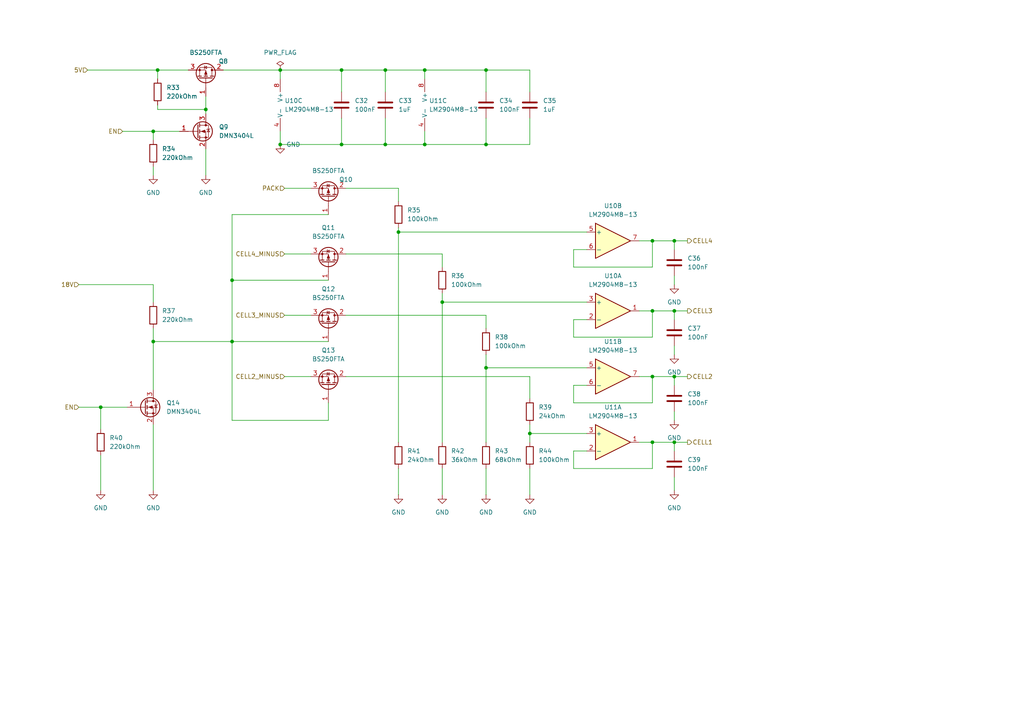
<source format=kicad_sch>
(kicad_sch (version 20231120) (generator "eeschema") (generator_version "8.0")
  (paper "A4")
  (lib_symbols
    (symbol "benediktibk:BS250FTA" (pin_names (offset 0) hide)
      (property "Reference" "Q" (at 5.08 1.27 0))
      (property "Value" "BS250FTA" (at 5.08 -1.27 0))
      (symbol "BS250FTA_0_1"
        (polyline (pts (xy 0.254 0) (xy -2.54 0)))
        (polyline (pts (xy 0.254 1.905) (xy 0.254 -1.905)) (stroke (width 0.254)))
        (polyline (pts (xy 0.762 -1.27) (xy 0.762 -2.286)) (stroke (width 0.254)))
        (polyline (pts (xy 0.762 0.508) (xy 0.762 -0.508)) (stroke (width 0.254)))
        (polyline (pts (xy 0.762 2.286) (xy 0.762 1.27)) (stroke (width 0.254)))
        (polyline (pts (xy 2.54 2.54) (xy 2.54 1.778)))
        (polyline (pts (xy 2.54 -2.54) (xy 2.54 0) (xy 0.762 0)))
        (polyline (pts (xy 0.762 1.778) (xy 3.302 1.778) (xy 3.302 -1.778) (xy 0.762 -1.778)))
        (polyline (pts (xy 2.286 0) (xy 1.27 0.381) (xy 1.27 -0.381) (xy 2.286 0)) (fill (type outline)))
        (polyline (pts (xy 2.794 -0.508) (xy 2.921 -0.381) (xy 3.683 -0.381) (xy 3.81 -0.254)))
        (polyline (pts (xy 3.302 -0.381) (xy 2.921 0.254) (xy 3.683 0.254) (xy 3.302 -0.381)))
        (circle (center 1.651 0) (radius 2.794) (stroke (width 0.254)))
        (circle (center 2.54 -1.778) (radius 0.254) (fill (type outline)))
        (circle (center 2.54 1.778) (radius 0.254) (fill (type outline)))
      )
      (symbol "BS250FTA_1_1"
        (pin input line (at -5.08 0 0) (length 2.54) (name "G") (number "1"))
        (pin passive line (at 2.54 5.08 270) (length 2.54) (name "D") (number "2"))
        (pin passive line (at 2.54 -5.08 90) (length 2.54) (name "S") (number "3"))
      )
    )
    (symbol "benediktibk:C_100nF_SMD_0603_50V" (pin_numbers hide) (pin_names (offset 0.254))
      (property "Reference" "C" (at 0.635 2.54 0))
      (property "Value" "C_100nF_SMD_0603_50V" (at 0.635 -2.54 0))
      (symbol "C_100nF_SMD_0603_50V_0_1"
        (polyline (pts (xy -2.032 -0.762) (xy 2.032 -0.762)) (stroke (width 0.508)))
        (polyline (pts (xy -2.032 0.762) (xy 2.032 0.762)) (stroke (width 0.508)))
      )
      (symbol "C_100nF_SMD_0603_50V_1_1"
        (pin passive line (at 0 3.81 270) (length 2.794) (name "~") (number "1"))
        (pin passive line (at 0 -3.81 90) (length 2.794) (name "~") (number "2"))
      )
    )
    (symbol "benediktibk:C_1uF_SMD_0603_50V_10%" (pin_numbers hide) (pin_names (offset 0.254))
      (property "Reference" "C" (at 0.635 2.54 0))
      (property "Value" "C_1uF_SMD_0603_50V_10%" (at 0.635 -2.54 0))
      (symbol "C_1uF_SMD_0603_50V_10%_0_1"
        (polyline (pts (xy -2.032 -0.762) (xy 2.032 -0.762)) (stroke (width 0.508)))
        (polyline (pts (xy -2.032 0.762) (xy 2.032 0.762)) (stroke (width 0.508)))
      )
      (symbol "C_1uF_SMD_0603_50V_10%_1_1"
        (pin passive line (at 0 3.81 270) (length 2.794) (name "~") (number "1"))
        (pin passive line (at 0 -3.81 90) (length 2.794) (name "~") (number "2"))
      )
    )
    (symbol "benediktibk:DMN3404L" (pin_names (offset 0) hide)
      (property "Reference" "Q" (at 5.08 1.27 0))
      (property "Value" "DMN3404L" (at 5.08 -1.27 0))
      (symbol "DMN3404L_0_1"
        (polyline (pts (xy 0.254 0) (xy -2.54 0)))
        (polyline (pts (xy 0.254 1.905) (xy 0.254 -1.905)) (stroke (width 0.254)))
        (polyline (pts (xy 0.762 -1.27) (xy 0.762 -2.286)) (stroke (width 0.254)))
        (polyline (pts (xy 0.762 0.508) (xy 0.762 -0.508)) (stroke (width 0.254)))
        (polyline (pts (xy 0.762 2.286) (xy 0.762 1.27)) (stroke (width 0.254)))
        (polyline (pts (xy 2.54 2.54) (xy 2.54 1.778)))
        (polyline (pts (xy 2.54 -2.54) (xy 2.54 0) (xy 0.762 0)))
        (polyline (pts (xy 0.762 1.778) (xy 3.302 1.778) (xy 3.302 -1.778) (xy 0.762 -1.778)))
        (polyline (pts (xy 1.27 0) (xy 2.286 0.381) (xy 2.286 -0.381) (xy 1.27 0)) (fill (type outline)))
        (polyline (pts (xy 2.794 0.508) (xy 2.921 0.635) (xy 3.683 0.635) (xy 3.81 0.762)))
        (polyline (pts (xy 3.302 0.508) (xy 2.921 -0.127) (xy 3.683 -0.127) (xy 3.302 0.508)))
        (circle (center 1.651 0) (radius 2.794) (stroke (width 0.254)))
        (circle (center 2.54 -1.778) (radius 0.254) (fill (type outline)))
        (circle (center 2.54 1.778) (radius 0.254) (fill (type outline)))
      )
      (symbol "DMN3404L_1_1"
        (pin input line (at -5.08 0 0) (length 2.54) (name "G") (number "1"))
        (pin passive line (at 2.54 -5.08 90) (length 2.54) (name "S") (number "2"))
        (pin passive line (at 2.54 5.08 270) (length 2.54) (name "D") (number "3"))
      )
    )
    (symbol "benediktibk:LM2904M8-13" (pin_names (offset 0.127))
      (property "Reference" "U" (at 0 5.08 0))
      (property "Value" "LM2904M8-13" (at 0 -5.08 0))
      (symbol "LM2904M8-13_1_1"
        (polyline (pts (xy -5.08 5.08) (xy 5.08 0) (xy -5.08 -5.08) (xy -5.08 5.08)) (stroke (width 0.254)) (fill (type background)))
        (pin output line (at 7.62 0 180) (length 2.54) (name "~") (number "1"))
        (pin input line (at -7.62 -2.54 0) (length 2.54) (name "-") (number "2"))
        (pin input line (at -7.62 2.54 0) (length 2.54) (name "+") (number "3"))
      )
      (symbol "LM2904M8-13_2_1"
        (polyline (pts (xy -5.08 5.08) (xy 5.08 0) (xy -5.08 -5.08) (xy -5.08 5.08)) (stroke (width 0.254)) (fill (type background)))
        (pin input line (at -7.62 2.54 0) (length 2.54) (name "+") (number "5"))
        (pin input line (at -7.62 -2.54 0) (length 2.54) (name "-") (number "6"))
        (pin output line (at 7.62 0 180) (length 2.54) (name "~") (number "7"))
      )
      (symbol "LM2904M8-13_3_1"
        (pin power_in line (at -2.54 -7.62 90) (length 3.81) (name "V-") (number "4"))
        (pin power_in line (at -2.54 7.62 270) (length 3.81) (name "V+") (number "8"))
      )
    )
    (symbol "benediktibk:R_100kOhm_SMD_0603_100mW_1%" (pin_numbers hide) (pin_names (offset 0))
      (property "Reference" "R" (at 2.032 0 90))
      (property "Value" "R_100kOhm_SMD_0603_100mW_1%" (at -5.588 -1.016 90))
      (symbol "R_100kOhm_SMD_0603_100mW_1%_0_1"
        (rectangle (start -1.016 -2.54) (end 1.016 2.54) (stroke (width 0.254)))
      )
      (symbol "R_100kOhm_SMD_0603_100mW_1%_1_1"
        (pin passive line (at 0 3.81 270) (length 1.27) (name "~") (number "1"))
        (pin passive line (at 0 -3.81 90) (length 1.27) (name "~") (number "2"))
      )
    )
    (symbol "benediktibk:R_220kOhm_SMD_0603_100mW_1%" (pin_numbers hide) (pin_names (offset 0))
      (property "Reference" "R" (at 2.032 0 90))
      (property "Value" "R_220kOhm_SMD_0603_100mW_1%" (at -5.588 -1.016 90))
      (symbol "R_220kOhm_SMD_0603_100mW_1%_0_1"
        (rectangle (start -1.016 -2.54) (end 1.016 2.54) (stroke (width 0.254)))
      )
      (symbol "R_220kOhm_SMD_0603_100mW_1%_1_1"
        (pin passive line (at 0 3.81 270) (length 1.27) (name "~") (number "1"))
        (pin passive line (at 0 -3.81 90) (length 1.27) (name "~") (number "2"))
      )
    )
    (symbol "benediktibk:R_24kOhm_SMD_0603_100mW_1%" (pin_numbers hide) (pin_names (offset 0))
      (property "Reference" "R" (at 2.032 0 90))
      (property "Value" "R_24kOhm_SMD_0603_100mW_1%" (at -5.588 -1.016 90))
      (symbol "R_24kOhm_SMD_0603_100mW_1%_0_1"
        (rectangle (start -1.016 -2.54) (end 1.016 2.54) (stroke (width 0.254)))
      )
      (symbol "R_24kOhm_SMD_0603_100mW_1%_1_1"
        (pin passive line (at 0 3.81 270) (length 1.27) (name "~") (number "1"))
        (pin passive line (at 0 -3.81 90) (length 1.27) (name "~") (number "2"))
      )
    )
    (symbol "benediktibk:R_36kOhm_SMD_0603_100mW_1%" (pin_numbers hide) (pin_names (offset 0))
      (property "Reference" "R" (at 2.032 0 90))
      (property "Value" "R_36kOhm_SMD_0603_100mW_1%" (at -5.588 -1.016 90))
      (symbol "R_36kOhm_SMD_0603_100mW_1%_0_1"
        (rectangle (start -1.016 -2.54) (end 1.016 2.54) (stroke (width 0.254)))
      )
      (symbol "R_36kOhm_SMD_0603_100mW_1%_1_1"
        (pin passive line (at 0 3.81 270) (length 1.27) (name "~") (number "1"))
        (pin passive line (at 0 -3.81 90) (length 1.27) (name "~") (number "2"))
      )
    )
    (symbol "benediktibk:R_68kOhm_SMD_0603_100mW_1%" (pin_numbers hide) (pin_names (offset 0))
      (property "Reference" "R" (at 2.032 0 90))
      (property "Value" "R_68kOhm_SMD_0603_100mW_1%" (at -5.588 -1.016 90))
      (symbol "R_68kOhm_SMD_0603_100mW_1%_0_1"
        (rectangle (start -1.016 -2.54) (end 1.016 2.54) (stroke (width 0.254)))
      )
      (symbol "R_68kOhm_SMD_0603_100mW_1%_1_1"
        (pin passive line (at 0 3.81 270) (length 1.27) (name "~") (number "1"))
        (pin passive line (at 0 -3.81 90) (length 1.27) (name "~") (number "2"))
      )
    )
    (symbol "power:GND" (power) (pin_numbers hide) (pin_names (offset 0) hide)
      (property "Value" "GND" (at 0 -3.81 0))
      (symbol "GND_0_1"
        (polyline (pts (xy 0 0) (xy 0 -1.27) (xy 1.27 -1.27) (xy 0 -2.54) (xy -1.27 -1.27) (xy 0 -1.27)))
      )
      (symbol "GND_1_1"
        (pin power_in line (at 0 0 270) (length 0) (name "~") (number "1"))
      )
    )
    (symbol "power:PWR_FLAG" (power) (pin_numbers hide) (pin_names (offset 0) hide)
      (property "Value" "PWR_FLAG" (at 0 3.81 0))
      (symbol "PWR_FLAG_0_0"
        (pin power_out line (at 0 0 90) (length 0) (name "~") (number "1"))
      )
      (symbol "PWR_FLAG_0_1"
        (polyline (pts (xy 0 0) (xy 0 1.27) (xy -1.016 1.905) (xy 0 2.54) (xy 1.016 1.905) (xy 0 1.27)))
      )
    )
  )
  (junction (at 153.67 125.73))
  (junction (at 195.58 90.17))
  (junction (at 189.23 90.17))
  (junction (at 115.57 67.31))
  (junction (at 67.31 81.28))
  (junction (at 123.19 41.91))
  (junction (at 111.76 20.32))
  (junction (at 29.21 118.11))
  (junction (at 99.06 41.91))
  (junction (at 99.06 20.32))
  (junction (at 67.31 99.06))
  (junction (at 189.23 69.85))
  (junction (at 140.97 20.32))
  (junction (at 45.72 20.32))
  (junction (at 195.58 69.85))
  (junction (at 195.58 128.27))
  (junction (at 111.76 41.91))
  (junction (at 189.23 128.27))
  (junction (at 195.58 109.22))
  (junction (at 140.97 106.68))
  (junction (at 44.45 99.06))
  (junction (at 81.28 20.32))
  (junction (at 81.28 41.91))
  (junction (at 140.97 41.91))
  (junction (at 123.19 20.32))
  (junction (at 59.69 31.75))
  (junction (at 128.27 87.63))
  (junction (at 44.45 38.1))
  (junction (at 189.23 109.22))
  (wire (pts (xy 44.45 95.25) (xy 44.45 99.06)))
  (wire (pts (xy 166.37 130.81) (xy 166.37 135.89)))
  (wire (pts (xy 99.06 20.32) (xy 99.06 26.67)))
  (wire (pts (xy 195.58 119.38) (xy 195.58 121.92)))
  (wire (pts (xy 111.76 20.32) (xy 111.76 26.67)))
  (wire (pts (xy 189.23 128.27) (xy 195.58 128.27)))
  (wire (pts (xy 128.27 87.63) (xy 128.27 128.27)))
  (wire (pts (xy 111.76 34.29) (xy 111.76 41.91)))
  (wire (pts (xy 81.28 41.91) (xy 99.06 41.91)))
  (wire (pts (xy 153.67 135.89) (xy 153.67 143.51)))
  (wire (pts (xy 67.31 99.06) (xy 67.31 121.92)))
  (wire (pts (xy 45.72 30.48) (xy 45.72 31.75)))
  (wire (pts (xy 115.57 67.31) (xy 115.57 128.27)))
  (wire (pts (xy 166.37 116.84) (xy 189.23 116.84)))
  (wire (pts (xy 128.27 73.66) (xy 128.27 77.47)))
  (wire (pts (xy 22.86 118.11) (xy 29.21 118.11)))
  (wire (pts (xy 195.58 80.01) (xy 195.58 82.55)))
  (wire (pts (xy 140.97 106.68) (xy 140.97 128.27)))
  (wire (pts (xy 44.45 99.06) (xy 44.45 113.03)))
  (wire (pts (xy 128.27 85.09) (xy 128.27 87.63)))
  (wire (pts (xy 100.33 54.61) (xy 115.57 54.61)))
  (wire (pts (xy 189.23 69.85) (xy 195.58 69.85)))
  (wire (pts (xy 185.42 128.27) (xy 189.23 128.27)))
  (wire (pts (xy 123.19 38.1) (xy 123.19 41.91)))
  (wire (pts (xy 44.45 123.19) (xy 44.45 142.24)))
  (wire (pts (xy 128.27 135.89) (xy 128.27 143.51)))
  (wire (pts (xy 170.18 130.81) (xy 166.37 130.81)))
  (wire (pts (xy 153.67 26.67) (xy 153.67 20.32)))
  (wire (pts (xy 123.19 20.32) (xy 123.19 22.86)))
  (wire (pts (xy 29.21 118.11) (xy 29.21 124.46)))
  (wire (pts (xy 81.28 20.32) (xy 81.28 22.86)))
  (wire (pts (xy 195.58 90.17) (xy 195.58 92.71)))
  (wire (pts (xy 29.21 132.08) (xy 29.21 142.24)))
  (wire (pts (xy 95.25 81.28) (xy 67.31 81.28)))
  (wire (pts (xy 100.33 73.66) (xy 128.27 73.66)))
  (wire (pts (xy 153.67 34.29) (xy 153.67 41.91)))
  (wire (pts (xy 82.55 109.22) (xy 90.17 109.22)))
  (wire (pts (xy 153.67 125.73) (xy 153.67 128.27)))
  (wire (pts (xy 140.97 41.91) (xy 153.67 41.91)))
  (wire (pts (xy 166.37 111.76) (xy 170.18 111.76)))
  (wire (pts (xy 195.58 69.85) (xy 195.58 72.39)))
  (wire (pts (xy 189.23 116.84) (xy 189.23 109.22)))
  (wire (pts (xy 115.57 67.31) (xy 170.18 67.31)))
  (wire (pts (xy 100.33 109.22) (xy 153.67 109.22)))
  (wire (pts (xy 140.97 91.44) (xy 140.97 95.25)))
  (wire (pts (xy 166.37 92.71) (xy 170.18 92.71)))
  (wire (pts (xy 67.31 62.23) (xy 67.31 81.28)))
  (wire (pts (xy 170.18 72.39) (xy 166.37 72.39)))
  (wire (pts (xy 82.55 91.44) (xy 90.17 91.44)))
  (wire (pts (xy 35.56 38.1) (xy 44.45 38.1)))
  (wire (pts (xy 153.67 109.22) (xy 153.67 115.57)))
  (wire (pts (xy 166.37 92.71) (xy 166.37 97.79)))
  (wire (pts (xy 166.37 97.79) (xy 189.23 97.79)))
  (wire (pts (xy 153.67 123.19) (xy 153.67 125.73)))
  (wire (pts (xy 115.57 66.04) (xy 115.57 67.31)))
  (wire (pts (xy 44.45 38.1) (xy 52.07 38.1)))
  (wire (pts (xy 59.69 27.94) (xy 59.69 31.75)))
  (wire (pts (xy 189.23 77.47) (xy 189.23 69.85)))
  (wire (pts (xy 82.55 54.61) (xy 90.17 54.61)))
  (wire (pts (xy 195.58 100.33) (xy 195.58 102.87)))
  (wire (pts (xy 128.27 87.63) (xy 170.18 87.63)))
  (wire (pts (xy 123.19 41.91) (xy 140.97 41.91)))
  (wire (pts (xy 189.23 109.22) (xy 195.58 109.22)))
  (wire (pts (xy 140.97 102.87) (xy 140.97 106.68)))
  (wire (pts (xy 67.31 121.92) (xy 95.25 121.92)))
  (wire (pts (xy 185.42 69.85) (xy 189.23 69.85)))
  (wire (pts (xy 166.37 135.89) (xy 189.23 135.89)))
  (wire (pts (xy 99.06 41.91) (xy 111.76 41.91)))
  (wire (pts (xy 153.67 125.73) (xy 170.18 125.73)))
  (wire (pts (xy 185.42 109.22) (xy 189.23 109.22)))
  (wire (pts (xy 64.77 20.32) (xy 81.28 20.32)))
  (wire (pts (xy 67.31 99.06) (xy 95.25 99.06)))
  (wire (pts (xy 185.42 90.17) (xy 189.23 90.17)))
  (wire (pts (xy 44.45 87.63) (xy 44.45 82.55)))
  (wire (pts (xy 195.58 109.22) (xy 195.58 111.76)))
  (wire (pts (xy 195.58 128.27) (xy 195.58 130.81)))
  (wire (pts (xy 99.06 20.32) (xy 111.76 20.32)))
  (wire (pts (xy 81.28 20.32) (xy 99.06 20.32)))
  (wire (pts (xy 44.45 38.1) (xy 44.45 40.64)))
  (wire (pts (xy 115.57 135.89) (xy 115.57 143.51)))
  (wire (pts (xy 189.23 97.79) (xy 189.23 90.17)))
  (wire (pts (xy 44.45 99.06) (xy 67.31 99.06)))
  (wire (pts (xy 140.97 135.89) (xy 140.97 143.51)))
  (wire (pts (xy 189.23 90.17) (xy 195.58 90.17)))
  (wire (pts (xy 115.57 54.61) (xy 115.57 58.42)))
  (wire (pts (xy 195.58 109.22) (xy 199.39 109.22)))
  (wire (pts (xy 45.72 20.32) (xy 45.72 22.86)))
  (wire (pts (xy 166.37 77.47) (xy 189.23 77.47)))
  (wire (pts (xy 59.69 43.18) (xy 59.69 50.8)))
  (wire (pts (xy 140.97 20.32) (xy 153.67 20.32)))
  (wire (pts (xy 166.37 111.76) (xy 166.37 116.84)))
  (wire (pts (xy 82.55 73.66) (xy 90.17 73.66)))
  (wire (pts (xy 189.23 135.89) (xy 189.23 128.27)))
  (wire (pts (xy 45.72 20.32) (xy 54.61 20.32)))
  (wire (pts (xy 25.4 20.32) (xy 45.72 20.32)))
  (wire (pts (xy 100.33 91.44) (xy 140.97 91.44)))
  (wire (pts (xy 166.37 72.39) (xy 166.37 77.47)))
  (wire (pts (xy 44.45 48.26) (xy 44.45 50.8)))
  (wire (pts (xy 195.58 90.17) (xy 199.39 90.17)))
  (wire (pts (xy 195.58 138.43) (xy 195.58 142.24)))
  (wire (pts (xy 140.97 34.29) (xy 140.97 41.91)))
  (wire (pts (xy 29.21 118.11) (xy 36.83 118.11)))
  (wire (pts (xy 99.06 34.29) (xy 99.06 41.91)))
  (wire (pts (xy 195.58 128.27) (xy 199.39 128.27)))
  (wire (pts (xy 111.76 20.32) (xy 123.19 20.32)))
  (wire (pts (xy 45.72 31.75) (xy 59.69 31.75)))
  (wire (pts (xy 111.76 41.91) (xy 123.19 41.91)))
  (wire (pts (xy 140.97 20.32) (xy 140.97 26.67)))
  (wire (pts (xy 95.25 121.92) (xy 95.25 116.84)))
  (wire (pts (xy 123.19 20.32) (xy 140.97 20.32)))
  (wire (pts (xy 59.69 31.75) (xy 59.69 33.02)))
  (wire (pts (xy 140.97 106.68) (xy 170.18 106.68)))
  (wire (pts (xy 22.86 82.55) (xy 44.45 82.55)))
  (wire (pts (xy 67.31 81.28) (xy 67.31 99.06)))
  (wire (pts (xy 95.25 62.23) (xy 67.31 62.23)))
  (wire (pts (xy 195.58 69.85) (xy 199.39 69.85)))
  (wire (pts (xy 81.28 38.1) (xy 81.28 41.91)))
  (hierarchical_label "CELL2_MINUS" (shape input) (at 82.55 109.22 180))
  (hierarchical_label "CELL4" (shape output) (at 199.39 69.85 0))
  (hierarchical_label "CELL2" (shape output) (at 199.39 109.22 0))
  (hierarchical_label "CELL3" (shape output) (at 199.39 90.17 0))
  (hierarchical_label "5V" (shape input) (at 25.4 20.32 180))
  (hierarchical_label "PACK" (shape input) (at 82.55 54.61 180))
  (hierarchical_label "18V" (shape input) (at 22.86 82.55 180))
  (hierarchical_label "EN" (shape input) (at 35.56 38.1 180))
  (hierarchical_label "EN" (shape input) (at 22.86 118.11 180))
  (hierarchical_label "CELL4_MINUS" (shape input) (at 82.55 73.66 180))
  (hierarchical_label "CELL3_MINUS" (shape input) (at 82.55 91.44 180))
  (hierarchical_label "CELL1" (shape output) (at 199.39 128.27 0))
  (symbol (lib_id "benediktibk:C_100nF_SMD_0603_50V") (at 99.06 30.48 0) (unit 1)
    (property "Reference" "C32" (at 102.87 29.21 0) (effects (justify left)))
    (property "Value" "100nF" (at 102.87 31.75 0) (effects (justify left)))
    (property "Footprint" "benediktibk:C_0603_1608Metric_Pad1.08x0.95mm_HandSolder" (effects (hide yes)))
    (property "Description" "Unpolarized capacitor" (effects (hide yes)))
    (property "RS order number" "242-7372" (effects (hide yes)))
  )
  (symbol (lib_id "benediktibk:BS250FTA") (at 95.25 111.76 270) (mirror x) (unit 1)
    (property "Reference" "Q13" (at 95.25 101.6 90))
    (property "Value" "BS250FTA" (at 95.25 104.14 90))
    (property "Footprint" "benediktibk:SOT-23" (effects (hide yes)))
    (property "Description" "P-MOSFET transistor, drain/gate/source" (effects (hide yes)))
    (property "RS order number" "215-6593" (effects (hide yes)))
  )
  (symbol (lib_id "benediktibk:C_100nF_SMD_0603_50V") (at 195.58 96.52 0) (unit 1)
    (property "Reference" "C37" (at 199.39 95.25 0) (effects (justify left)))
    (property "Value" "100nF" (at 199.39 97.79 0) (effects (justify left)))
    (property "Footprint" "benediktibk:C_0603_1608Metric_Pad1.08x0.95mm_HandSolder" (effects (hide yes)))
    (property "Description" "Unpolarized capacitor" (effects (hide yes)))
    (property "RS order number" "242-7372" (effects (hide yes)))
  )
  (symbol (lib_id "benediktibk:DMN3404L") (at 57.15 38.1 0) (unit 1)
    (property "Reference" "Q9" (at 63.5 36.83 0) (effects (justify left)))
    (property "Value" "DMN3404L" (at 63.5 39.37 0) (effects (justify left)))
    (property "Footprint" "benediktibk:SOT-23" (effects (hide yes)))
    (property "Description" "n-MOSFET transistor, drain/gate/source" (effects (hide yes)))
    (property "RS order number" "751-4171" (effects (hide yes)))
  )
  (symbol (lib_id "benediktibk:R_24kOhm_SMD_0603_100mW_1%") (at 115.57 132.08 0) (unit 1)
    (property "Reference" "R41" (at 118.11 130.8099 0) (effects (justify left)))
    (property "Value" "24kOhm" (at 118.11 133.3499 0) (effects (justify left)))
    (property "Footprint" "benediktibk:R_0603_1608Metric_Pad0.98x0.95mm_HandSolder" (effects (hide yes)))
    (property "Description" "Resistor" (effects (hide yes)))
    (property "RS order number" "199-5507" (effects (hide yes)))
  )
  (symbol (lib_id "power:GND") (at 59.69 50.8 0) (unit 1)
    (property "Reference" "#PWR059" (effects (hide yes)))
    (property "Value" "GND" (at 59.69 55.88 0))
    (property "Description" "Power symbol creates a global label with name \"GND\" , ground" (effects (hide yes)))
  )
  (symbol (lib_id "benediktibk:R_220kOhm_SMD_0603_100mW_1%") (at 45.72 26.67 0) (unit 1)
    (property "Reference" "R33" (at 48.26 25.3999 0) (effects (justify left)))
    (property "Value" "220kOhm" (at 48.26 27.9399 0) (effects (justify left)))
    (property "Footprint" "benediktibk:R_0603_1608Metric_Pad0.98x0.95mm_HandSolder" (effects (hide yes)))
    (property "Description" "Resistor" (effects (hide yes)))
    (property "RS order number" "678-9986" (effects (hide yes)))
  )
  (symbol (lib_id "benediktibk:R_24kOhm_SMD_0603_100mW_1%") (at 153.67 119.38 0) (unit 1)
    (property "Reference" "R39" (at 156.21 118.1099 0) (effects (justify left)))
    (property "Value" "24kOhm" (at 156.21 120.6499 0) (effects (justify left)))
    (property "Footprint" "benediktibk:R_0603_1608Metric_Pad0.98x0.95mm_HandSolder" (effects (hide yes)))
    (property "Description" "Resistor" (effects (hide yes)))
    (property "RS order number" "199-5507" (effects (hide yes)))
  )
  (symbol (lib_id "benediktibk:R_100kOhm_SMD_0603_100mW_1%") (at 128.27 81.28 0) (unit 1)
    (property "Reference" "R36" (at 130.81 80.0099 0) (effects (justify left)))
    (property "Value" "100kOhm" (at 130.81 82.5499 0) (effects (justify left)))
    (property "Footprint" "benediktibk:R_0603_1608Metric_Pad0.98x0.95mm_HandSolder" (effects (hide yes)))
    (property "Description" "Resistor" (effects (hide yes)))
    (property "RS order number" "213-2531" (effects (hide yes)))
  )
  (symbol (lib_id "power:GND") (at 195.58 142.24 0) (unit 1)
    (property "Reference" "#PWR065" (effects (hide yes)))
    (property "Value" "GND" (at 195.58 147.32 0))
    (property "Description" "Power symbol creates a global label with name \"GND\" , ground" (effects (hide yes)))
  )
  (symbol (lib_id "power:GND") (at 115.57 143.51 0) (unit 1)
    (property "Reference" "#PWR066" (effects (hide yes)))
    (property "Value" "GND" (at 115.57 148.59 0))
    (property "Description" "Power symbol creates a global label with name \"GND\" , ground" (effects (hide yes)))
  )
  (symbol (lib_id "power:GND") (at 81.28 41.91 0) (unit 1)
    (property "Reference" "#PWR057" (effects (hide yes)))
    (property "Value" "GND" (at 85.09 41.91 0))
    (property "Description" "Power symbol creates a global label with name \"GND\" , ground" (effects (hide yes)))
  )
  (symbol (lib_id "benediktibk:R_100kOhm_SMD_0603_100mW_1%") (at 115.57 62.23 0) (unit 1)
    (property "Reference" "R35" (at 118.11 60.9599 0) (effects (justify left)))
    (property "Value" "100kOhm" (at 118.11 63.4999 0) (effects (justify left)))
    (property "Footprint" "benediktibk:R_0603_1608Metric_Pad0.98x0.95mm_HandSolder" (effects (hide yes)))
    (property "Description" "Resistor" (effects (hide yes)))
    (property "RS order number" "213-2531" (effects (hide yes)))
  )
  (symbol (lib_id "benediktibk:C_1uF_SMD_0603_50V_10%") (at 153.67 30.48 0) (unit 1)
    (property "Reference" "C35" (at 157.48 29.2099 0) (effects (justify left)))
    (property "Value" "1uF" (at 157.48 31.7499 0) (effects (justify left)))
    (property "Footprint" "benediktibk:C_0603_1608Metric_Pad1.08x0.95mm_HandSolder" (effects (hide yes)))
    (property "Description" "Unpolarized capacitor" (effects (hide yes)))
    (property "RS order number" "103-4112" (effects (hide yes)))
  )
  (symbol (lib_id "power:GND") (at 140.97 143.51 0) (unit 1)
    (property "Reference" "#PWR068" (effects (hide yes)))
    (property "Value" "GND" (at 140.97 148.59 0))
    (property "Description" "Power symbol creates a global label with name \"GND\" , ground" (effects (hide yes)))
  )
  (symbol (lib_id "benediktibk:LM2904M8-13") (at 177.8 90.17 0) (unit 1)
    (property "Reference" "U10" (at 177.8 80.01 0))
    (property "Value" "LM2904M8-13" (at 177.8 82.55 0))
    (property "Footprint" "benediktibk:MSOP-8_3x3mm_P0.65mm" (effects (hide yes)))
    (property "Description" "Dual Rail-to-Rail High Output Current Operational Amplifiers, SOIC-8/TSSOP-8" (effects (hide yes)))
    (property "RS order number" "133-3375" (effects (hide yes)))
  )
  (symbol (lib_id "benediktibk:C_100nF_SMD_0603_50V") (at 195.58 76.2 0) (unit 1)
    (property "Reference" "C36" (at 199.39 74.93 0) (effects (justify left)))
    (property "Value" "100nF" (at 199.39 77.47 0) (effects (justify left)))
    (property "Footprint" "benediktibk:C_0603_1608Metric_Pad1.08x0.95mm_HandSolder" (effects (hide yes)))
    (property "Description" "Unpolarized capacitor" (effects (hide yes)))
    (property "RS order number" "242-7372" (effects (hide yes)))
  )
  (symbol (lib_id "benediktibk:LM2904M8-13") (at 83.82 30.48 0) (unit 3)
    (property "Reference" "U10" (at 82.55 29.2099 0) (effects (justify left)))
    (property "Value" "LM2904M8-13" (at 82.55 31.75 0) (effects (justify left)))
    (property "Footprint" "benediktibk:MSOP-8_3x3mm_P0.65mm" (effects (hide yes)))
    (property "Description" "Dual Rail-to-Rail High Output Current Operational Amplifiers, SOIC-8/TSSOP-8" (effects (hide yes)))
    (property "RS order number" "133-3375" (effects (hide yes)))
  )
  (symbol (lib_id "benediktibk:C_100nF_SMD_0603_50V") (at 195.58 115.57 0) (unit 1)
    (property "Reference" "C38" (at 199.39 114.3 0) (effects (justify left)))
    (property "Value" "100nF" (at 199.39 116.84 0) (effects (justify left)))
    (property "Footprint" "benediktibk:C_0603_1608Metric_Pad1.08x0.95mm_HandSolder" (effects (hide yes)))
    (property "Description" "Unpolarized capacitor" (effects (hide yes)))
    (property "RS order number" "242-7372" (effects (hide yes)))
  )
  (symbol (lib_id "benediktibk:BS250FTA") (at 95.25 57.15 270) (mirror x) (unit 1)
    (property "Reference" "Q10" (at 100.33 52.07 90))
    (property "Value" "BS250FTA" (at 95.25 49.53 90))
    (property "Footprint" "benediktibk:SOT-23" (effects (hide yes)))
    (property "Description" "P-MOSFET transistor, drain/gate/source" (effects (hide yes)))
    (property "RS order number" "215-6593" (effects (hide yes)))
  )
  (symbol (lib_id "benediktibk:BS250FTA") (at 95.25 76.2 270) (mirror x) (unit 1)
    (property "Reference" "Q11" (at 95.25 66.04 90))
    (property "Value" "BS250FTA" (at 95.25 68.58 90))
    (property "Footprint" "benediktibk:SOT-23" (effects (hide yes)))
    (property "Description" "P-MOSFET transistor, drain/gate/source" (effects (hide yes)))
    (property "RS order number" "215-6593" (effects (hide yes)))
  )
  (symbol (lib_id "benediktibk:LM2904M8-13") (at 125.73 30.48 0) (unit 3)
    (property "Reference" "U11" (at 124.46 29.2099 0) (effects (justify left)))
    (property "Value" "LM2904M8-13" (at 124.46 31.7499 0) (effects (justify left)))
    (property "Footprint" "benediktibk:MSOP-8_3x3mm_P0.65mm" (effects (hide yes)))
    (property "Description" "Dual Rail-to-Rail High Output Current Operational Amplifiers, SOIC-8/TSSOP-8" (effects (hide yes)))
    (property "RS order number" "133-3375" (effects (hide yes)))
  )
  (symbol (lib_id "benediktibk:BS250FTA") (at 59.69 22.86 270) (mirror x) (unit 1)
    (property "Reference" "Q8" (at 64.77 17.78 90))
    (property "Value" "BS250FTA" (at 59.69 15.24 90))
    (property "Footprint" "benediktibk:SOT-23" (effects (hide yes)))
    (property "Description" "P-MOSFET transistor, drain/gate/source" (effects (hide yes)))
    (property "RS order number" "215-6593" (effects (hide yes)))
  )
  (symbol (lib_id "power:GND") (at 128.27 143.51 0) (unit 1)
    (property "Reference" "#PWR067" (effects (hide yes)))
    (property "Value" "GND" (at 128.27 148.59 0))
    (property "Description" "Power symbol creates a global label with name \"GND\" , ground" (effects (hide yes)))
  )
  (symbol (lib_id "benediktibk:C_1uF_SMD_0603_50V_10%") (at 111.76 30.48 0) (unit 1)
    (property "Reference" "C33" (at 115.57 29.2099 0) (effects (justify left)))
    (property "Value" "1uF" (at 115.57 31.7499 0) (effects (justify left)))
    (property "Footprint" "benediktibk:C_0603_1608Metric_Pad1.08x0.95mm_HandSolder" (effects (hide yes)))
    (property "Description" "Unpolarized capacitor" (effects (hide yes)))
    (property "RS order number" "103-4112" (effects (hide yes)))
  )
  (symbol (lib_id "benediktibk:R_220kOhm_SMD_0603_100mW_1%") (at 44.45 44.45 0) (unit 1)
    (property "Reference" "R34" (at 46.99 43.1799 0) (effects (justify left)))
    (property "Value" "220kOhm" (at 46.99 45.7199 0) (effects (justify left)))
    (property "Footprint" "benediktibk:R_0603_1608Metric_Pad0.98x0.95mm_HandSolder" (effects (hide yes)))
    (property "Description" "Resistor" (effects (hide yes)))
    (property "RS order number" "678-9986" (effects (hide yes)))
  )
  (symbol (lib_id "power:GND") (at 195.58 121.92 0) (unit 1)
    (property "Reference" "#PWR062" (effects (hide yes)))
    (property "Value" "GND" (at 195.58 127 0))
    (property "Description" "Power symbol creates a global label with name \"GND\" , ground" (effects (hide yes)))
  )
  (symbol (lib_id "power:GND") (at 44.45 50.8 0) (unit 1)
    (property "Reference" "#PWR058" (effects (hide yes)))
    (property "Value" "GND" (at 44.45 55.88 0))
    (property "Description" "Power symbol creates a global label with name \"GND\" , ground" (effects (hide yes)))
  )
  (symbol (lib_id "benediktibk:C_100nF_SMD_0603_50V") (at 195.58 134.62 0) (unit 1)
    (property "Reference" "C39" (at 199.39 133.35 0) (effects (justify left)))
    (property "Value" "100nF" (at 199.39 135.89 0) (effects (justify left)))
    (property "Footprint" "benediktibk:C_0603_1608Metric_Pad1.08x0.95mm_HandSolder" (effects (hide yes)))
    (property "Description" "Unpolarized capacitor" (effects (hide yes)))
    (property "RS order number" "242-7372" (effects (hide yes)))
  )
  (symbol (lib_id "power:GND") (at 44.45 142.24 0) (unit 1)
    (property "Reference" "#PWR064" (effects (hide yes)))
    (property "Value" "GND" (at 44.45 147.32 0))
    (property "Description" "Power symbol creates a global label with name \"GND\" , ground" (effects (hide yes)))
  )
  (symbol (lib_id "power:GND") (at 195.58 82.55 0) (unit 1)
    (property "Reference" "#PWR060" (effects (hide yes)))
    (property "Value" "GND" (at 195.58 87.63 0))
    (property "Description" "Power symbol creates a global label with name \"GND\" , ground" (effects (hide yes)))
  )
  (symbol (lib_id "power:GND") (at 195.58 102.87 0) (unit 1)
    (property "Reference" "#PWR061" (effects (hide yes)))
    (property "Value" "GND" (at 195.58 107.95 0))
    (property "Description" "Power symbol creates a global label with name \"GND\" , ground" (effects (hide yes)))
  )
  (symbol (lib_id "benediktibk:R_220kOhm_SMD_0603_100mW_1%") (at 29.21 128.27 0) (unit 1)
    (property "Reference" "R40" (at 31.75 126.9999 0) (effects (justify left)))
    (property "Value" "220kOhm" (at 31.75 129.5399 0) (effects (justify left)))
    (property "Footprint" "benediktibk:R_0603_1608Metric_Pad0.98x0.95mm_HandSolder" (effects (hide yes)))
    (property "Description" "Resistor" (effects (hide yes)))
    (property "RS order number" "678-9986" (effects (hide yes)))
  )
  (symbol (lib_id "benediktibk:R_100kOhm_SMD_0603_100mW_1%") (at 140.97 99.06 0) (unit 1)
    (property "Reference" "R38" (at 143.51 97.7899 0) (effects (justify left)))
    (property "Value" "100kOhm" (at 143.51 100.3299 0) (effects (justify left)))
    (property "Footprint" "benediktibk:R_0603_1608Metric_Pad0.98x0.95mm_HandSolder" (effects (hide yes)))
    (property "Description" "Resistor" (effects (hide yes)))
    (property "RS order number" "213-2531" (effects (hide yes)))
  )
  (symbol (lib_id "benediktibk:LM2904M8-13") (at 177.8 128.27 0) (unit 1)
    (property "Reference" "U11" (at 177.8 118.11 0))
    (property "Value" "LM2904M8-13" (at 177.8 120.65 0))
    (property "Footprint" "benediktibk:MSOP-8_3x3mm_P0.65mm" (effects (hide yes)))
    (property "Description" "Dual Rail-to-Rail High Output Current Operational Amplifiers, SOIC-8/TSSOP-8" (effects (hide yes)))
    (property "RS order number" "133-3375" (effects (hide yes)))
  )
  (symbol (lib_id "benediktibk:R_220kOhm_SMD_0603_100mW_1%") (at 44.45 91.44 0) (unit 1)
    (property "Reference" "R37" (at 46.99 90.1699 0) (effects (justify left)))
    (property "Value" "220kOhm" (at 46.99 92.7099 0) (effects (justify left)))
    (property "Footprint" "benediktibk:R_0603_1608Metric_Pad0.98x0.95mm_HandSolder" (effects (hide yes)))
    (property "Description" "Resistor" (effects (hide yes)))
    (property "RS order number" "678-9986" (effects (hide yes)))
  )
  (symbol (lib_id "benediktibk:DMN3404L") (at 41.91 118.11 0) (unit 1)
    (property "Reference" "Q14" (at 48.26 116.84 0) (effects (justify left)))
    (property "Value" "DMN3404L" (at 48.26 119.38 0) (effects (justify left)))
    (property "Footprint" "benediktibk:SOT-23" (effects (hide yes)))
    (property "Description" "n-MOSFET transistor, drain/gate/source" (effects (hide yes)))
    (property "RS order number" "751-4171" (effects (hide yes)))
  )
  (symbol (lib_id "benediktibk:LM2904M8-13") (at 177.8 69.85 0) (unit 2)
    (property "Reference" "U10" (at 177.8 59.69 0))
    (property "Value" "LM2904M8-13" (at 177.8 62.23 0))
    (property "Footprint" "benediktibk:MSOP-8_3x3mm_P0.65mm" (effects (hide yes)))
    (property "Description" "Dual Rail-to-Rail High Output Current Operational Amplifiers, SOIC-8/TSSOP-8" (effects (hide yes)))
    (property "RS order number" "133-3375" (effects (hide yes)))
  )
  (symbol (lib_id "benediktibk:R_36kOhm_SMD_0603_100mW_1%") (at 128.27 132.08 0) (unit 1)
    (property "Reference" "R42" (at 130.81 130.8099 0) (effects (justify left)))
    (property "Value" "36kOhm" (at 130.81 133.3499 0) (effects (justify left)))
    (property "Footprint" "benediktibk:R_0603_1608Metric_Pad0.98x0.95mm_HandSolder" (effects (hide yes)))
    (property "Description" "Resistor" (effects (hide yes)))
    (property "RS order number" "199-5550" (effects (hide yes)))
  )
  (symbol (lib_id "power:PWR_FLAG") (at 81.28 20.32 0) (unit 1)
    (property "Reference" "#FLG09" (effects (hide yes)))
    (property "Value" "PWR_FLAG" (at 81.28 15.24 0))
    (property "Description" "Special symbol for telling ERC where power comes from" (effects (hide yes)))
  )
  (symbol (lib_id "benediktibk:R_68kOhm_SMD_0603_100mW_1%") (at 140.97 132.08 0) (unit 1)
    (property "Reference" "R43" (at 143.51 130.8099 0) (effects (justify left)))
    (property "Value" "68kOhm" (at 143.51 133.3499 0) (effects (justify left)))
    (property "Footprint" "benediktibk:R_0603_1608Metric_Pad0.98x0.95mm_HandSolder" (effects (hide yes)))
    (property "Description" "Resistor" (effects (hide yes)))
    (property "RS order number" "199-5620" (effects (hide yes)))
  )
  (symbol (lib_id "benediktibk:BS250FTA") (at 95.25 93.98 270) (mirror x) (unit 1)
    (property "Reference" "Q12" (at 95.25 83.82 90))
    (property "Value" "BS250FTA" (at 95.25 86.36 90))
    (property "Footprint" "benediktibk:SOT-23" (effects (hide yes)))
    (property "Description" "P-MOSFET transistor, drain/gate/source" (effects (hide yes)))
    (property "RS order number" "215-6593" (effects (hide yes)))
  )
  (symbol (lib_id "power:GND") (at 29.21 142.24 0) (unit 1)
    (property "Reference" "#PWR063" (effects (hide yes)))
    (property "Value" "GND" (at 29.21 147.32 0))
    (property "Description" "Power symbol creates a global label with name \"GND\" , ground" (effects (hide yes)))
  )
  (symbol (lib_id "power:GND") (at 153.67 143.51 0) (unit 1)
    (property "Reference" "#PWR069" (effects (hide yes)))
    (property "Value" "GND" (at 153.67 148.59 0))
    (property "Description" "Power symbol creates a global label with name \"GND\" , ground" (effects (hide yes)))
  )
  (symbol (lib_id "benediktibk:R_100kOhm_SMD_0603_100mW_1%") (at 153.67 132.08 0) (unit 1)
    (property "Reference" "R44" (at 156.21 130.8099 0) (effects (justify left)))
    (property "Value" "100kOhm" (at 156.21 133.3499 0) (effects (justify left)))
    (property "Footprint" "benediktibk:R_0603_1608Metric_Pad0.98x0.95mm_HandSolder" (effects (hide yes)))
    (property "Description" "Resistor" (effects (hide yes)))
    (property "RS order number" "213-2531" (effects (hide yes)))
  )
  (symbol (lib_id "benediktibk:C_100nF_SMD_0603_50V") (at 140.97 30.48 0) (unit 1)
    (property "Reference" "C34" (at 144.78 29.21 0) (effects (justify left)))
    (property "Value" "100nF" (at 144.78 31.75 0) (effects (justify left)))
    (property "Footprint" "benediktibk:C_0603_1608Metric_Pad1.08x0.95mm_HandSolder" (effects (hide yes)))
    (property "Description" "Unpolarized capacitor" (effects (hide yes)))
    (property "RS order number" "242-7372" (effects (hide yes)))
  )
  (symbol (lib_id "benediktibk:LM2904M8-13") (at 177.8 109.22 0) (unit 2)
    (property "Reference" "U11" (at 177.8 99.06 0))
    (property "Value" "LM2904M8-13" (at 177.8 101.6 0))
    (property "Footprint" "benediktibk:MSOP-8_3x3mm_P0.65mm" (effects (hide yes)))
    (property "Description" "Dual Rail-to-Rail High Output Current Operational Amplifiers, SOIC-8/TSSOP-8" (effects (hide yes)))
    (property "RS order number" "133-3375" (effects (hide yes)))
  )
)
</source>
